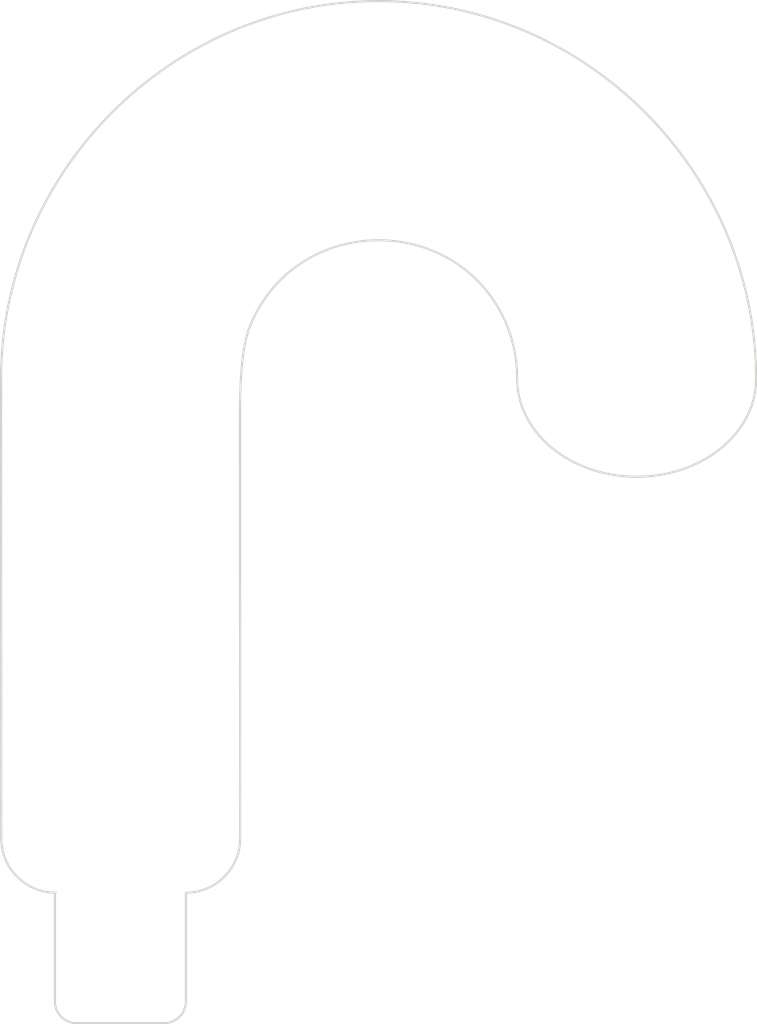
<source format=kicad_pcb>
(kicad_pcb (version 20221018) (generator pcbnew)

  (general
    (thickness 1.6)
  )

  (paper "A4")
  (layers
    (0 "F.Cu" signal)
    (31 "B.Cu" signal)
    (32 "B.Adhes" user "B.Adhesive")
    (33 "F.Adhes" user "F.Adhesive")
    (34 "B.Paste" user)
    (35 "F.Paste" user)
    (36 "B.SilkS" user "B.Silkscreen")
    (37 "F.SilkS" user "F.Silkscreen")
    (38 "B.Mask" user)
    (39 "F.Mask" user)
    (40 "Dwgs.User" user "User.Drawings")
    (41 "Cmts.User" user "User.Comments")
    (42 "Eco1.User" user "User.Eco1")
    (43 "Eco2.User" user "User.Eco2")
    (44 "Edge.Cuts" user)
    (45 "Margin" user)
    (46 "B.CrtYd" user "B.Courtyard")
    (47 "F.CrtYd" user "F.Courtyard")
    (48 "B.Fab" user)
    (49 "F.Fab" user)
    (50 "User.1" user)
    (51 "User.2" user)
    (52 "User.3" user)
    (53 "User.4" user)
    (54 "User.5" user)
    (55 "User.6" user)
    (56 "User.7" user)
    (57 "User.8" user)
    (58 "User.9" user)
  )

  (setup
    (pad_to_mask_clearance 0)
    (pcbplotparams
      (layerselection 0x00010fc_ffffffff)
      (plot_on_all_layers_selection 0x0000000_00000000)
      (disableapertmacros false)
      (usegerberextensions false)
      (usegerberattributes true)
      (usegerberadvancedattributes true)
      (creategerberjobfile true)
      (dashed_line_dash_ratio 12.000000)
      (dashed_line_gap_ratio 3.000000)
      (svgprecision 4)
      (plotframeref false)
      (viasonmask false)
      (mode 1)
      (useauxorigin false)
      (hpglpennumber 1)
      (hpglpenspeed 20)
      (hpglpendiameter 15.000000)
      (dxfpolygonmode true)
      (dxfimperialunits true)
      (dxfusepcbnewfont true)
      (psnegative false)
      (psa4output false)
      (plotreference true)
      (plotvalue true)
      (plotinvisibletext false)
      (sketchpadsonfab false)
      (subtractmaskfromsilk false)
      (outputformat 1)
      (mirror false)
      (drillshape 1)
      (scaleselection 1)
      (outputdirectory "")
    )
  )

  (net 0 "")

  (gr_curve (pts (xy 80.516015 146.321719) (xy 83.277438 146.321719) (xy 85.51578 144.082929) (xy 85.51571 141.321499))
    (stroke (width 0.2) (type solid)) (layer "Edge.Cuts") (tstamp 00756309-f376-4fd2-9c91-bdcfa9dd46d7))
  (gr_curve (pts (xy 133.015651 99.06) (xy 133.015651 79.99374) (xy 117.324341 64.30191) (xy 98.258085 64.301914))
    (stroke (width 0.2) (type solid)) (layer "Edge.Cuts") (tstamp 0f0acb2a-4ec5-4520-8d3b-b4da541734e3))
  (gr_line (start 111.015961 99.056382) (end 111.015441 99.06)
    (stroke (width 0.2) (type solid)) (layer "Edge.Cuts") (tstamp 272ae182-0989-43d5-b3aa-b68260b939e5))
  (gr_line (start 80.516015 156.321619) (end 80.516015 146.321719)
    (stroke (width 0.2) (type solid)) (layer "Edge.Cuts") (tstamp 28e796dd-ed72-46f3-b575-ba82ae0739a8))
  (gr_line (start 68.45577 146.321719) (end 68.45577 156.321619)
    (stroke (width 0.2) (type solid)) (layer "Edge.Cuts") (tstamp 2c0d80e0-a393-4c35-b02f-e7ea8cb22c09))
  (gr_curve (pts (xy 78.515621 158.321499) (xy 79.046101 158.321603) (xy 79.554892 158.110952) (xy 79.930046 157.735894))
    (stroke (width 0.2) (type solid)) (layer "Edge.Cuts") (tstamp 50e91c55-af2f-48c0-a8b3-85d705810a2b))
  (gr_curve (pts (xy 63.515503 141.321499) (xy 63.515572 144.082869) (xy 65.754293 146.321719) (xy 68.515714 146.321719))
    (stroke (width 0.2) (type solid)) (layer "Edge.Cuts") (tstamp 60405ad1-0fca-4249-b124-99543c80ee0a))
  (gr_line (start 68.515714 146.321719) (end 68.45577 146.321719)
    (stroke (width 0.2) (type solid)) (layer "Edge.Cuts") (tstamp 66c99e76-ec59-4071-8616-3cf8971f2624))
  (gr_curve (pts (xy 98.258085 64.301914) (xy 79.191823 64.301914) (xy 63.5 79.993738) (xy 63.5 99.06))
    (stroke (width 0.2) (type solid)) (layer "Edge.Cuts") (tstamp 6c60e3a9-d78c-4dfb-8212-1a32aeb2755a))
  (gr_curve (pts (xy 122.015811 108.059967) (xy 128.090886 108.059836) (xy 133.015629 104.030458) (xy 133.015651 99.06))
    (stroke (width 0.2) (type solid)) (layer "Edge.Cuts") (tstamp 72e7e360-d4d4-4cfd-85ad-e3990c1d4207))
  (gr_line (start 70.455647 158.321499) (end 78.515621 158.321499)
    (stroke (width 0.2) (type solid)) (layer "Edge.Cuts") (tstamp 7b9edc0f-10eb-485f-9c14-dd566f6cd1bb))
  (gr_curve (pts (xy 63.5 99.06) (xy 63.5 137.894869) (xy 63.514455 99.822531) (xy 63.515503 141.321499))
    (stroke (width 0.2) (type solid)) (layer "Edge.Cuts") (tstamp 9aee1b4a-ffb1-4bd5-96e2-bc8dc59f7677))
  (gr_curve (pts (xy 114.237404 105.424009) (xy 116.300379 107.111835) (xy 119.098361 108.060019) (xy 122.015811 108.059967))
    (stroke (width 0.2) (type solid)) (layer "Edge.Cuts") (tstamp a8f7e68c-0f78-4bfa-83df-a8aab2a990ad))
  (gr_curve (pts (xy 111.015441 99.06) (xy 111.015452 101.446977) (xy 112.174428 103.736184) (xy 114.237404 105.424009))
    (stroke (width 0.2) (type solid)) (layer "Edge.Cuts") (tstamp b09bed50-4436-481a-992f-c9433422521f))
  (gr_curve (pts (xy 85.500207 104.059694) (xy 85.500094 101.298323) (xy 85.406704 96.725283) (xy 86.427799 94.17761))
    (stroke (width 0.2) (type solid)) (layer "Edge.Cuts") (tstamp c55dd777-9ef2-4780-8336-d174be67c2bd))
  (gr_curve (pts (xy 68.45577 156.321619) (xy 68.455838 157.426093) (xy 69.351173 158.321429) (xy 70.455647 158.321499))
    (stroke (width 0.2) (type solid)) (layer "Edge.Cuts") (tstamp cb086bb3-a83c-42c4-ab51-770c9ae7bb9f))
  (gr_curve (pts (xy 98.258085 86.302122) (xy 105.433465 86.30212) (xy 111.014061 91.881539) (xy 111.015961 99.056382))
    (stroke (width 0.2) (type solid)) (layer "Edge.Cuts") (tstamp dc1e895a-beba-437b-9c4a-0d0b8daf4119))
  (gr_curve (pts (xy 85.51571 141.321499) (xy 85.514712 101.776297) (xy 85.501454 134.473219) (xy 85.500207 104.059694))
    (stroke (width 0.2) (type solid)) (layer "Edge.Cuts") (tstamp e02d813d-c553-4826-ac40-6b57fd0c97d1))
  (gr_curve (pts (xy 86.427799 94.17761) (xy 88.300627 89.504831) (xy 92.821674 86.302122) (xy 98.258085 86.302122))
    (stroke (width 0.2) (type solid)) (layer "Edge.Cuts") (tstamp f005b139-f392-448c-8e77-001569bf14cf))
  (gr_curve (pts (xy 79.930046 157.735894) (xy 80.305201 157.360836) (xy 80.515983 156.8521) (xy 80.516015 156.321619))
    (stroke (width 0.2) (type solid)) (layer "Edge.Cuts") (tstamp f76f4ecb-e6de-4b20-8469-577fc05553d7))

  (group "" (id be1d0c02-eb25-4e41-96de-c70b1cf9c667)
    (members
      00756309-f376-4fd2-9c91-bdcfa9dd46d7
      0f0acb2a-4ec5-4520-8d3b-b4da541734e3
      272ae182-0989-43d5-b3aa-b68260b939e5
      28e796dd-ed72-46f3-b575-ba82ae0739a8
      2c0d80e0-a393-4c35-b02f-e7ea8cb22c09
      50e91c55-af2f-48c0-a8b3-85d705810a2b
      60405ad1-0fca-4249-b124-99543c80ee0a
      66c99e76-ec59-4071-8616-3cf8971f2624
      6c60e3a9-d78c-4dfb-8212-1a32aeb2755a
      72e7e360-d4d4-4cfd-85ad-e3990c1d4207
      7b9edc0f-10eb-485f-9c14-dd566f6cd1bb
      9aee1b4a-ffb1-4bd5-96e2-bc8dc59f7677
      a8f7e68c-0f78-4bfa-83df-a8aab2a990ad
      b09bed50-4436-481a-992f-c9433422521f
      c55dd777-9ef2-4780-8336-d174be67c2bd
      cb086bb3-a83c-42c4-ab51-770c9ae7bb9f
      dc1e895a-beba-437b-9c4a-0d0b8daf4119
      e02d813d-c553-4826-ac40-6b57fd0c97d1
      f005b139-f392-448c-8e77-001569bf14cf
      f76f4ecb-e6de-4b20-8469-577fc05553d7
    )
  )
)

</source>
